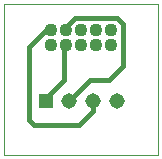
<source format=gtl>
G75*
%MOIN*%
%OFA0B0*%
%FSLAX25Y25*%
%IPPOS*%
%LPD*%
%AMOC8*
5,1,8,0,0,1.08239X$1,22.5*
%
%ADD10C,0.00000*%
%ADD11R,0.05150X0.05150*%
%ADD12C,0.05150*%
%ADD13C,0.04362*%
%ADD14C,0.01600*%
D10*
X0005000Y0010000D02*
X0005000Y0060361D01*
X0056501Y0060361D01*
X0056470Y0009970D01*
X0005000Y0010000D01*
D11*
X0018989Y0028000D03*
D12*
X0026863Y0028000D03*
X0034737Y0028000D03*
X0042611Y0028000D03*
D13*
X0040800Y0046800D03*
X0040800Y0051800D03*
X0035800Y0051800D03*
X0035800Y0046800D03*
X0030800Y0046800D03*
X0030800Y0051800D03*
X0025800Y0051800D03*
X0025800Y0046800D03*
X0020800Y0046800D03*
X0020800Y0051800D03*
D14*
X0019100Y0051800D01*
X0013400Y0046100D01*
X0013400Y0021600D01*
X0015000Y0020000D01*
X0030000Y0020000D01*
X0034737Y0024737D01*
X0034737Y0028000D01*
X0033863Y0035000D02*
X0040000Y0035000D01*
X0044700Y0039700D01*
X0044700Y0053800D01*
X0042800Y0055700D01*
X0028700Y0055700D01*
X0025800Y0052800D01*
X0025800Y0051800D01*
X0025800Y0046800D02*
X0025000Y0046000D01*
X0025000Y0035000D01*
X0018989Y0028989D01*
X0018989Y0028000D01*
X0026863Y0028000D02*
X0033863Y0035000D01*
M02*

</source>
